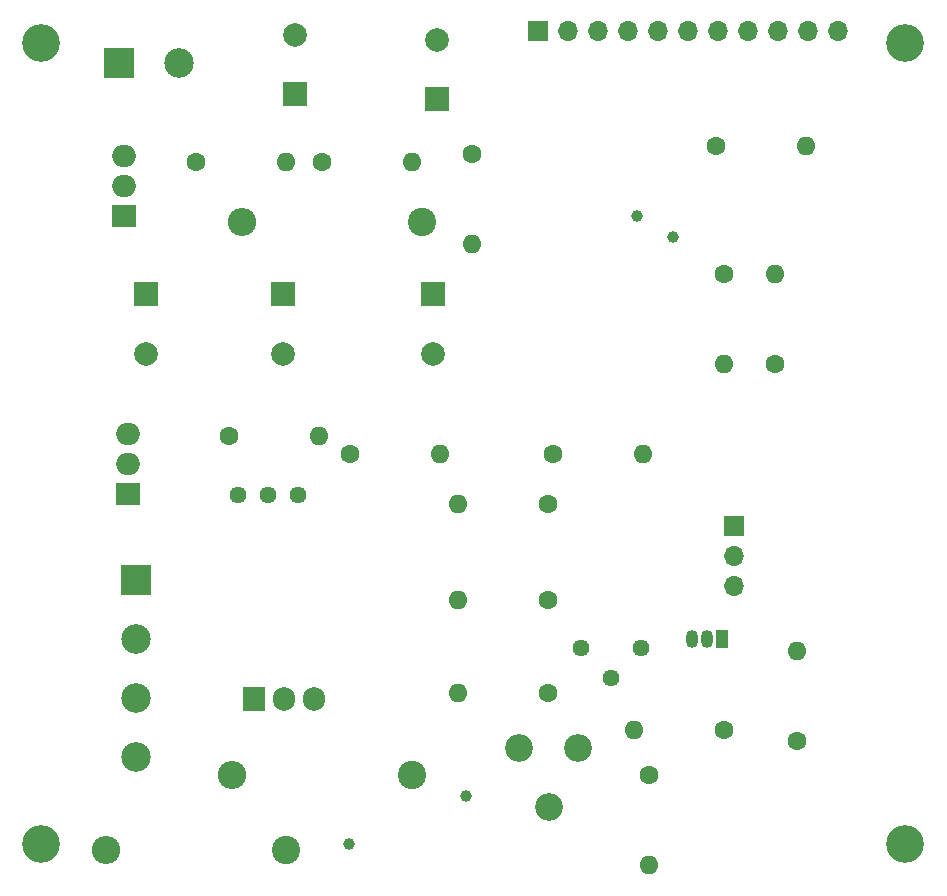
<source format=gbs>
G04 #@! TF.GenerationSoftware,KiCad,Pcbnew,(5.1.10)-1*
G04 #@! TF.CreationDate,2021-11-18T05:31:33+07:00*
G04 #@! TF.ProjectId,Georesistance PCB,47656f72-6573-4697-9374-616e63652050,1*
G04 #@! TF.SameCoordinates,Original*
G04 #@! TF.FileFunction,Soldermask,Bot*
G04 #@! TF.FilePolarity,Negative*
%FSLAX46Y46*%
G04 Gerber Fmt 4.6, Leading zero omitted, Abs format (unit mm)*
G04 Created by KiCad (PCBNEW (5.1.10)-1) date 2021-11-18 05:31:33*
%MOMM*%
%LPD*%
G01*
G04 APERTURE LIST*
%ADD10C,3.200000*%
%ADD11C,2.000000*%
%ADD12R,2.000000X2.000000*%
%ADD13C,1.600000*%
%ADD14O,1.600000X1.600000*%
%ADD15O,2.000000X1.905000*%
%ADD16R,2.000000X1.905000*%
%ADD17O,1.700000X1.700000*%
%ADD18R,1.700000X1.700000*%
%ADD19C,1.440000*%
%ADD20C,2.500000*%
%ADD21R,2.500000X2.500000*%
%ADD22C,1.000000*%
%ADD23O,2.400000X2.400000*%
%ADD24C,2.400000*%
%ADD25C,2.340000*%
%ADD26R,1.050000X1.500000*%
%ADD27O,1.050000X1.500000*%
%ADD28R,1.905000X2.000000*%
%ADD29O,1.905000X2.000000*%
G04 APERTURE END LIST*
D10*
X93218000Y-25273000D03*
X20066000Y-25273000D03*
X93218000Y-93091000D03*
X20066000Y-93091000D03*
D11*
X41529000Y-24591000D03*
D12*
X41529000Y-29591000D03*
D13*
X46228000Y-60071000D03*
D14*
X53848000Y-60071000D03*
X71501000Y-94869000D03*
D13*
X71501000Y-87249000D03*
D15*
X27368500Y-58356500D03*
X27368500Y-60896500D03*
D16*
X27368500Y-63436500D03*
D13*
X77851000Y-83439000D03*
D14*
X70231000Y-83439000D03*
X55372000Y-72390000D03*
D13*
X62992000Y-72390000D03*
D17*
X78740000Y-71247000D03*
X78740000Y-68707000D03*
D18*
X78740000Y-66167000D03*
D19*
X65786000Y-76454000D03*
X68326000Y-78994000D03*
X70866000Y-76454000D03*
D20*
X28067000Y-85739000D03*
X28067000Y-80739000D03*
X28067000Y-75739000D03*
D21*
X28067000Y-70739000D03*
D22*
X73533000Y-41656000D03*
X70485000Y-39878000D03*
X56007000Y-89027000D03*
X46101000Y-93091000D03*
D14*
X84074000Y-76708000D03*
D13*
X84074000Y-84328000D03*
X62992000Y-80264000D03*
D14*
X55372000Y-80264000D03*
X55372000Y-64262000D03*
D13*
X62992000Y-64262000D03*
D14*
X70993000Y-60071000D03*
D13*
X63373000Y-60071000D03*
D23*
X37084000Y-40386000D03*
D24*
X52324000Y-40386000D03*
D14*
X82169000Y-44831000D03*
D13*
X82169000Y-52451000D03*
D14*
X40767000Y-35306000D03*
D13*
X33147000Y-35306000D03*
X35941000Y-58547000D03*
D14*
X43561000Y-58547000D03*
D17*
X87503000Y-24257000D03*
X84963000Y-24257000D03*
X82423000Y-24257000D03*
X79883000Y-24257000D03*
X77343000Y-24257000D03*
X74803000Y-24257000D03*
X72263000Y-24257000D03*
X69723000Y-24257000D03*
X67183000Y-24257000D03*
X64643000Y-24257000D03*
D18*
X62103000Y-24257000D03*
D14*
X56515000Y-42291000D03*
D13*
X56515000Y-34671000D03*
D25*
X60532000Y-84963000D03*
X63032000Y-89963000D03*
X65532000Y-84963000D03*
D15*
X27051000Y-34798000D03*
X27051000Y-37338000D03*
D16*
X27051000Y-39878000D03*
D26*
X77724000Y-75692000D03*
D27*
X75184000Y-75692000D03*
X76454000Y-75692000D03*
D19*
X36703000Y-63563500D03*
X39243000Y-63563500D03*
X41783000Y-63563500D03*
D14*
X51435000Y-35306000D03*
D13*
X43815000Y-35306000D03*
D14*
X77851000Y-52451000D03*
D13*
X77851000Y-44831000D03*
D14*
X84759800Y-33947100D03*
D13*
X77139800Y-33947100D03*
D23*
X25527000Y-93599000D03*
D24*
X40767000Y-93599000D03*
D23*
X36195000Y-87249000D03*
D24*
X51435000Y-87249000D03*
D28*
X38100000Y-80772000D03*
D29*
X40640000Y-80772000D03*
X43180000Y-80772000D03*
D21*
X26670000Y-26924000D03*
D20*
X31670000Y-26924000D03*
D11*
X40513000Y-51545500D03*
D12*
X40513000Y-46545500D03*
D11*
X53213000Y-51545500D03*
D12*
X53213000Y-46545500D03*
D11*
X28956000Y-51545500D03*
D12*
X28956000Y-46545500D03*
X53594000Y-29972000D03*
D11*
X53594000Y-24972000D03*
M02*

</source>
